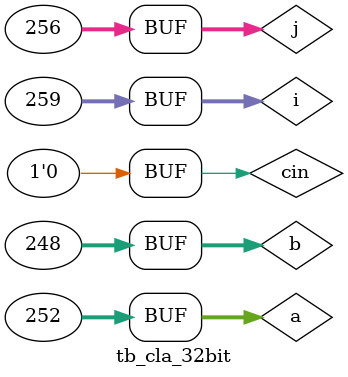
<source format=v>
`timescale 1ns/1ps
`include "cla_Nbit.v"

module tb_cla_32bit;

parameter N = 32;     /*Change this to 16 if you want to test CLA 16-bit*/

// declare your signals as reg or wire
reg [N-1:0] a;
reg [N-1:0] b;
reg cin;
wire [N-1:0] S;
wire cout;
wire Pout;
wire Gout;
integer i, j;

initial begin

// write the stimuli conditions

    $monitor("%d, %d, %d", a, b, S);
    a = 0; b=0; cin = 0;
    for (i = 0; i < 256; i=i+7) begin
        for (j = 0; j < 256; j=j+8) begin
            a = i; b = j; #1;
        end
    end
end



CLA_32bit dut (.a(a), .b(b), .cin(cin), .sum(S), .cout(cout), .Pout(Pout), .Gout(Gout));
// CLA_4bit dut1 (.a(a[3:0]), .b(b[3:0]), .cin(cin), .sum(S[3:0]), .cout(cout));
// CLA_16bit dut2 (.a(a[15:0]), .b(b[15:0]), .cin(cin), .sum(S[15:0]), .cout(cout), .Pout(Pout), .Gout(Gout));

initial begin
    $dumpfile("cla_32bit.vcd");
    $dumpvars(0, tb_cla_32bit);
end

endmodule

</source>
